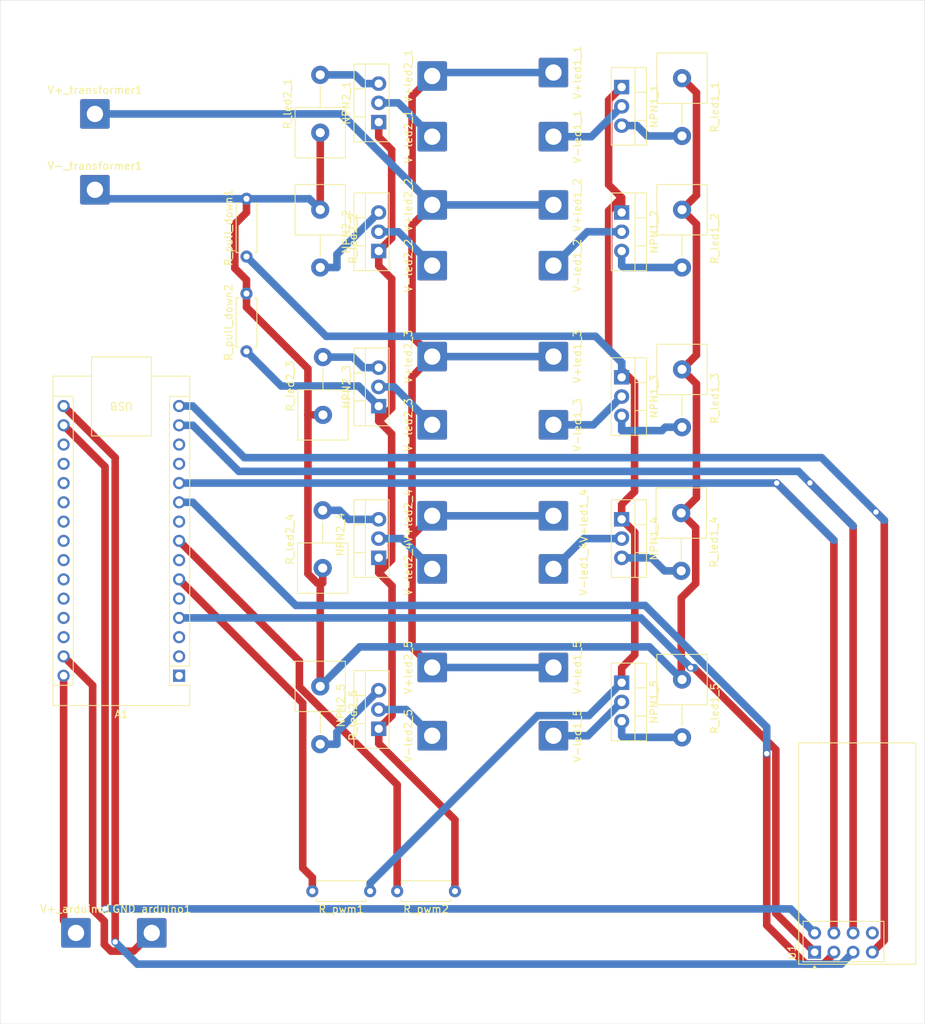
<source format=kicad_pcb>
(kicad_pcb (version 20241229) (generator "pcbnew") (generator_version "9.0")
  (layers (0 "F.Cu" signal) (2 "B.Cu" signal) (13 "F.Paste" user) (15 "B.Paste" user) (5 "F.SilkS" user "F.Silkscreen") (7 "B.SilkS" user "B.Silkscreen") (1 "F.Mask" user) (3 "B.Mask" user) (25 "Edge.Cuts" user))
  (net 0 "")
  (net 1 "Net-(A1-D12)")
  (net 2 "Net-(A1-3V3)")
  (net 10 "pd_1_in")
  (net 16 "Net-(A1-D13)")
  (net 20 "Net-(A1-D11)")
  (net 21 "Net-(A1-D8)")
  (net 24 "Net-(A1-VIN)")
  (net 27 "Net-(U1-GND)")
  (net 28 "Net-(GND_arduino1-Pin_1)")
  (net 29 "Net-(A1-D7)")
  (net 30 "GND_transformer")
  (net 31 "VCC")
  (net 33 "Net-(NPN1_1-D)")
  (net 34 "Net-(A1-D5)")
  (net 35 "Net-(A1-D3)")
  (net 36 "Net-(NPN1_2-D)")
  (net 37 "Net-(NPN1_3-D)")
  (net 38 "Net-(NPN1_4-D)")
  (net 39 "Net-(NPN1_5-D)")
  (net 40 "Net-(NPN2_1-D)")
  (net 41 "Net-(NPN2_2-D)")
  (net 42 "Net-(NPN2_3-D)")
  (net 43 "Net-(NPN2_4-D)")
  (net 44 "Net-(NPN2_5-D)")
  (net 45 "pd_2_in")
  (net 46 "Net-(NPN1_2-S)")
  (net 47 "Net-(NPN1_1-S)")
  (net 48 "Net-(NPN1_3-S)")
  (net 49 "Net-(NPN1_4-S)")
  (net 50 "Net-(NPN1_5-S)")
  (net 51 "Net-(NPN2_1-S)")
  (net 52 "Net-(NPN2_2-S)")
  (net 53 "Net-(NPN2_3-S)")
  (net 54 "Net-(NPN2_4-S)")
  (net 55 "Net-(NPN2_5-S)")
  (footprint "Package_TO_SOT_THT:TO-220-3_Vertical" (layer "F.Cu") (at 102 150 -90)
    (property "Reference" "NPN1_5" (at 2.54 -4.27 90) (layer "F.SilkS"))
    (property "Value" "IRLZ44N")
    (pad "1" thru_hole rect (at 0 0 270) (size 1.905 2) (drill 1.1) (layers "*.Cu" "*.Mask") (net 10 "pd_1_in"))
    (pad "2" thru_hole oval (at 2.54 0 270) (size 1.905 2) (drill 1.1) (layers "*.Cu" "*.Mask") (net 39 "Net-(NPN1_5-D)"))
    (pad "3" thru_hole oval (at 5.08 0 270) (size 1.905 2) (drill 1.1) (layers "*.Cu" "*.Mask") (net 50 "Net-(NPN1_5-S)"))
  )
  (footprint "Connector_Wire:SolderWire-1.5sqmm_1x01_D1.7mm_OD3.9mm" (layer "F.Cu") (at 93 135 -90)
    (property "Reference" "V-led1_4" (at 0 -4 90) (layer "F.SilkS"))
    (property "Value" "Conn_01x01_Pin")
    (pad "1" thru_hole roundrect (at 0 0 270) (size 3.9 3.9) (drill 2.15) (layers "*.Cu" "*.Mask") (roundrect_rratio 0.064103) (net 38 "Net-(NPN1_4-D)"))
  )
  (footprint "Package_TO_SOT_THT:TO-220-3_Vertical" (layer "F.Cu") (at 69.945 113.54 90)
    (property "Reference" "NPN2_3" (at 2.54 -4.27 90) (layer "F.SilkS"))
    (property "Value" "IRLZ44N")
    (pad "1" thru_hole rect (at 0 0 90) (size 1.905 2) (drill 1.1) (layers "*.Cu" "*.Mask") (net 45 "pd_2_in"))
    (pad "2" thru_hole oval (at 2.54 0 90) (size 1.905 2) (drill 1.1) (layers "*.Cu" "*.Mask") (net 42 "Net-(NPN2_3-D)"))
    (pad "3" thru_hole oval (at 5.08 0 90) (size 1.905 2) (drill 1.1) (layers "*.Cu" "*.Mask") (net 53 "Net-(NPN2_3-S)"))
  )
  (footprint "Resistor_THT:R_Axial_Power_L20.0mm_W6.4mm_P7.62mm_Vertical" (layer "F.Cu") (at 109.9643 70.2854 -90)
    (property "Reference" "R_led1_1" (at 3.81 -4.32 270) (layer "F.SilkS"))
    (property "Value" "10k")
    (pad "1" thru_hole circle (at 0 0 270) (size 2.4 2.4) (drill 1.2) (layers "*.Cu" "*.Mask") (net 30 "GND_transformer"))
    (pad "2" thru_hole oval (at 7.62 0 270) (size 2.4 2.4) (drill 1.2) (layers "*.Cu" "*.Mask") (net 47 "Net-(NPN1_1-S)"))
  )
  (footprint "Connector_Wire:SolderWire-1.5sqmm_1x01_D1.7mm_OD3.9mm" (layer "F.Cu") (at 32.5 75)
    (property "Reference" "V+_transformer1" (at 0 -3.15 0) (layer "F.SilkS"))
    (property "Value" "Conn_01x01_Pin")
    (pad "1" thru_hole roundrect (at 0 0) (size 3.9 3.9) (drill 2.15) (layers "*.Cu" "*.Mask") (roundrect_rratio 0.064103) (net 31 "VCC"))
  )
  (footprint "Connector_Wire:SolderWire-1.5sqmm_1x01_D1.7mm_OD3.9mm" (layer "F.Cu") (at 77 116 90)
    (property "Reference" "V-led2_3" (at 0 -3.15 90) (layer "F.SilkS"))
    (property "Value" "Conn_01x01_Pin")
    (pad "1" thru_hole roundrect (at 0 0 90) (size 3.9 3.9) (drill 2.15) (layers "*.Cu" "*.Mask") (roundrect_rratio 0.064103) (net 42 "Net-(NPN2_3-D)"))
  )
  (footprint "Resistor_THT:R_Axial_Power_L20.0mm_W6.4mm_P7.62mm_Vertical" (layer "F.Cu") (at 109.855 127.635 -90)
    (property "Reference" "R_led1_4" (at 3.81 -4.32 270) (layer "F.SilkS"))
    (property "Value" "10k")
    (pad "1" thru_hole circle (at 0 0 270) (size 2.4 2.4) (drill 1.2) (layers "*.Cu" "*.Mask") (net 30 "GND_transformer"))
    (pad "2" thru_hole oval (at 7.62 0 270) (size 2.4 2.4) (drill 1.2) (layers "*.Cu" "*.Mask") (net 49 "Net-(NPN1_4-S)"))
  )
  (footprint "Connector_Wire:SolderWire-1.5sqmm_1x01_D1.7mm_OD3.9mm" (layer "F.Cu") (at 93 116 -90)
    (property "Reference" "V-led1_3" (at 0 -3.15 90) (layer "F.SilkS"))
    (property "Value" "Conn_01x01_Pin")
    (pad "1" thru_hole roundrect (at 0 0 270) (size 3.9 3.9) (drill 2.15) (layers "*.Cu" "*.Mask") (roundrect_rratio 0.064103) (net 37 "Net-(NPN1_3-D)"))
  )
  (footprint "Connector_Wire:SolderWire-1.5sqmm_1x01_D1.7mm_OD3.9mm" (layer "F.Cu") (at 77 107 90)
    (property "Reference" "V+led2_3" (at 0 -3.15 90) (layer "F.SilkS"))
    (property "Value" "Conn_01x01_Pin")
    (pad "1" thru_hole roundrect (at 0 0 90) (size 3.9 3.9) (drill 2.15) (layers "*.Cu" "*.Mask") (roundrect_rratio 0.064103) (net 31 "VCC"))
  )
  (footprint "Connector_Wire:SolderWire-1.5sqmm_1x01_D1.7mm_OD3.9mm" (layer "F.Cu") (at 77 70 90)
    (property "Reference" "V+led2_1" (at 0 -3.15 90) (layer "F.SilkS"))
    (property "Value" "Conn_01x01_Pin")
    (pad "1" thru_hole roundrect (at 0 0 90) (size 3.9 3.9) (drill 2.15) (layers "*.Cu" "*.Mask") (roundrect_rratio 0.064103) (net 31 "VCC"))
  )
  (footprint "Package_TO_SOT_THT:TO-220-3_Vertical" (layer "F.Cu") (at 102 88 -90)
    (property "Reference" "NPN1_2" (at 2.54 -4.27 90) (layer "F.SilkS"))
    (property "Value" "IRLZ44N")
    (pad "1" thru_hole rect (at 0 0 270) (size 1.905 2) (drill 1.1) (layers "*.Cu" "*.Mask") (net 10 "pd_1_in"))
    (pad "2" thru_hole oval (at 2.54 0 270) (size 1.905 2) (drill 1.1) (layers "*.Cu" "*.Mask") (net 36 "Net-(NPN1_2-D)"))
    (pad "3" thru_hole oval (at 5.08 0 270) (size 1.905 2) (drill 1.1) (layers "*.Cu" "*.Mask") (net 46 "Net-(NPN1_2-S)"))
  )
  (footprint "Resistor_THT:R_Axial_Power_L20.0mm_W6.4mm_P7.62mm_Vertical" (layer "F.Cu") (at 62.23 87.63 -90)
    (property "Reference" "R_led2_2" (at 3.81 -4.32 270) (layer "F.SilkS"))
    (property "Value" "10k")
    (pad "1" thru_hole circle (at 0 0 270) (size 2.4 2.4) (drill 1.2) (layers "*.Cu" "*.Mask") (net 30 "GND_transformer"))
    (pad "2" thru_hole oval (at 7.62 0 270) (size 2.4 2.4) (drill 1.2) (layers "*.Cu" "*.Mask") (net 52 "Net-(NPN2_2-S)"))
  )
  (footprint "Connector_Wire:SolderWire-1.5sqmm_1x01_D1.7mm_OD3.9mm" (layer "F.Cu") (at 32.5 85)
    (property "Reference" "V-_transformer1" (at 0 -3.15 0) (layer "F.SilkS"))
    (property "Value" "Conn_01x01_Pin")
    (pad "1" thru_hole roundrect (at 0 0) (size 3.9 3.9) (drill 2.15) (layers "*.Cu" "*.Mask") (roundrect_rratio 0.064103) (net 30 "GND_transformer"))
  )
  (footprint "Package_TO_SOT_THT:TO-220-3_Vertical" (layer "F.Cu") (at 102 71.46 -90)
    (property "Reference" "NPN1_1" (at 2.54 -4.27 90) (layer "F.SilkS"))
    (property "Value" "IRLZ44N")
    (pad "1" thru_hole rect (at 0 0 270) (size 1.905 2) (drill 1.1) (layers "*.Cu" "*.Mask") (net 10 "pd_1_in"))
    (pad "2" thru_hole oval (at 2.54 0 270) (size 1.905 2) (drill 1.1) (layers "*.Cu" "*.Mask") (net 33 "Net-(NPN1_1-D)"))
    (pad "3" thru_hole oval (at 5.08 0 270) (size 1.905 2) (drill 1.1) (layers "*.Cu" "*.Mask") (net 47 "Net-(NPN1_1-S)"))
  )
  (footprint "Connector_Wire:SolderWire-1.5sqmm_1x01_D1.7mm_OD3.9mm" (layer "F.Cu") (at 93 87 -90)
    (property "Reference" "V+led1_2" (at 0 -3.15 90) (layer "F.SilkS"))
    (property "Value" "Conn_01x01_Pin")
    (pad "1" thru_hole roundrect (at 0 0 270) (size 3.9 3.9) (drill 2.15) (layers "*.Cu" "*.Mask") (roundrect_rratio 0.064103) (net 31 "VCC"))
  )
  (footprint "Resistor_THT:R_Axial_Power_L20.0mm_W6.4mm_P7.62mm_Vertical" (layer "F.Cu") (at 109.9643 87.63 -90)
    (property "Reference" "R_led1_2" (at 3.81 -4.32 270) (layer "F.SilkS"))
    (property "Value" "10k")
    (pad "1" thru_hole circle (at 0 0 270) (size 2.4 2.4) (drill 1.2) (layers "*.Cu" "*.Mask") (net 30 "GND_transformer"))
    (pad "2" thru_hole oval (at 7.62 0 270) (size 2.4 2.4) (drill 1.2) (layers "*.Cu" "*.Mask") (net 46 "Net-(NPN1_2-S)"))
  )
  (footprint "Package_TO_SOT_THT:TO-220-3_Vertical" (layer "F.Cu") (at 102 109.73 -90)
    (property "Reference" "NPN1_3" (at 2.54 -4.27 90) (layer "F.SilkS"))
    (property "Value" "IRLZ44N")
    (pad "1" thru_hole rect (at 0 0 270) (size 1.905 2) (drill 1.1) (layers "*.Cu" "*.Mask") (net 10 "pd_1_in"))
    (pad "2" thru_hole oval (at 2.54 0 270) (size 1.905 2) (drill 1.1) (layers "*.Cu" "*.Mask") (net 37 "Net-(NPN1_3-D)"))
    (pad "3" thru_hole oval (at 5.08 0 270) (size 1.905 2) (drill 1.1) (layers "*.Cu" "*.Mask") (net 48 "Net-(NPN1_3-S)"))
  )
  (footprint "Connector_Wire:SolderWire-1.5sqmm_1x01_D1.7mm_OD3.9mm" (layer "F.Cu") (at 77 78 90)
    (property "Reference" "V-led2_1" (at 0 -3.15 90) (layer "F.SilkS"))
    (property "Value" "Conn_01x01_Pin")
    (pad "1" thru_hole roundrect (at 0 0 90) (size 3.9 3.9) (drill 2.15) (layers "*.Cu" "*.Mask") (roundrect_rratio 0.064103) (net 40 "Net-(NPN2_1-D)"))
  )
  (footprint "Resistor_THT:R_Axial_DIN0207_L6.3mm_D2.5mm_P7.62mm_Horizontal" (layer "F.Cu") (at 52.5 106.31 90)
    (property "Reference" "R_pull_down2" (at 3.81 -2.37 90) (layer "F.SilkS"))
    (property "Value" "10k")
    (pad "1" thru_hole circle (at 0 0 90) (size 1.6 1.6) (drill 0.8) (layers "*.Cu" "*.Mask") (net 45 "pd_2_in"))
    (pad "2" thru_hole oval (at 7.62 0 90) (size 1.6 1.6) (drill 0.8) (layers "*.Cu" "*.Mask") (net 30 "GND_transformer"))
  )
  (footprint "Resistor_THT:R_Axial_DIN0207_L6.3mm_D2.5mm_P7.62mm_Horizontal" (layer "F.Cu") (at 80 177.5 180)
    (property "Reference" "R_pwm2" (at 3.81 -2.37 0) (layer "F.SilkS"))
    (property "Value" "R")
    (pad "1" thru_hole circle (at 0 0 180) (size 1.6 1.6) (drill 0.8) (layers "*.Cu" "*.Mask") (net 45 "pd_2_in"))
    (pad "2" thru_hole oval (at 7.62 0 180) (size 1.6 1.6) (drill 0.8) (layers "*.Cu" "*.Mask") (net 34 "Net-(A1-D5)"))
  )
  (footprint "Connector_Wire:SolderWire-1.5sqmm_1x01_D1.7mm_OD3.9mm" (layer "F.Cu") (at 93 107 -90)
    (property "Reference" "V+led1_3" (at 0 -3.15 90) (layer "F.SilkS"))
    (property "Value" "Conn_01x01_Pin")
    (pad "1" thru_hole roundrect (at 0 0 270) (size 3.9 3.9) (drill 2.15) (layers "*.Cu" "*.Mask") (roundrect_rratio 0.064103) (net 31 "VCC"))
  )
  (footprint "Package_TO_SOT_THT:TO-220-3_Vertical" (layer "F.Cu") (at 69.945 133.54 90)
    (property "Reference" "NPN2_4" (at 3.08 -5.04 90) (layer "F.SilkS"))
    (property "Value" "IRLZ44N")
    (pad "1" thru_hole rect (at 0 0 90) (size 1.905 2) (drill 1.1) (layers "*.Cu" "*.Mask") (net 45 "pd_2_in"))
    (pad "2" thru_hole oval (at 2.54 0 90) (size 1.905 2) (drill 1.1) (layers "*.Cu" "*.Mask") (net 43 "Net-(NPN2_4-D)"))
    (pad "3" thru_hole oval (at 5.08 0 90) (size 1.905 2) (drill 1.1) (layers "*.Cu" "*.Mask") (net 54 "Net-(NPN2_4-S)"))
  )
  (footprint "Connector_Wire:SolderWire-1.5sqmm_1x01_D1.7mm_OD3.9mm" (layer "F.Cu") (at 93 148 -90)
    (property "Reference" "V+led1_5" (at 0 -3.15 90) (layer "F.SilkS"))
    (property "Value" "Conn_01x01_Pin")
    (pad "1" thru_hole roundrect (at 0 0 270) (size 3.9 3.9) (drill 2.15) (layers "*.Cu" "*.Mask") (roundrect_rratio 0.064103) (net 31 "VCC"))
  )
  (footprint "Resistor_THT:R_Axial_DIN0207_L6.3mm_D2.5mm_P7.62mm_Horizontal" (layer "F.Cu") (at 52.5 93.81 90)
    (property "Reference" "R_pull_down1" (at 3.81 -2.37 90) (layer "F.SilkS"))
    (property "Value" "10k")
    (pad "1" thru_hole circle (at 0 0 90) (size 1.6 1.6) (drill 0.8) (layers "*.Cu" "*.Mask") (net 10 "pd_1_in"))
    (pad "2" thru_hole oval (at 7.62 0 90) (size 1.6 1.6) (drill 0.8) (layers "*.Cu" "*.Mask") (net 30 "GND_transformer"))
  )
  (footprint "Package_TO_SOT_THT:TO-220-3_Vertical" (layer "F.Cu") (at 102 128.46 -90)
    (property "Reference" "NPN1_4" (at 2.54 -4.27 90) (layer "F.SilkS"))
    (property "Value" "IRLZ44N")
    (pad "1" thru_hole rect (at 0 0 270) (size 1.905 2) (drill 1.1) (layers "*.Cu" "*.Mask") (net 10 "pd_1_in"))
    (pad "2" thru_hole oval (at 2.54 0 270) (size 1.905 2) (drill 1.1) (layers "*.Cu" "*.Mask") (net 38 "Net-(NPN1_4-D)"))
    (pad "3" thru_hole oval (at 5.08 0 270) (size 1.905 2) (drill 1.1) (layers "*.Cu" "*.Mask") (net 49 "Net-(NPN1_4-S)"))
  )
  (footprint "Connector_Wire:SolderWire-1.5sqmm_1x01_D1.7mm_OD3.9mm" (layer "F.Cu") (at 30 183)
    (property "Reference" "V+_arduino1" (at 0 -3.15 0) (layer "F.SilkS"))
    (property "Value" "Conn_01x01_Pin")
    (pad "1" thru_hole roundrect (at 0 0) (size 3.9 3.9) (drill 2.15) (layers "*.Cu" "*.Mask") (roundrect_rratio 0.064103) (net 24 "Net-(A1-VIN)"))
  )
  (footprint "Connector_Wire:SolderWire-1.5sqmm_1x01_D1.7mm_OD3.9mm" (layer "F.Cu") (at 77 148 90)
    (property "Reference" "V+led2_5" (at 0 -3.15 90) (layer "F.SilkS"))
    (property "Value" "Conn_01x01_Pin")
    (pad "1" thru_hole roundrect (at 0 0 90) (size 3.9 3.9) (drill 2.15) (layers "*.Cu" "*.Mask") (roundrect_rratio 0.064103) (net 31 "VCC"))
  )
  (footprint "Connector_Wire:SolderWire-1.5sqmm_1x01_D1.7mm_OD3.9mm" (layer "F.Cu") (at 77 157 90)
    (property "Reference" "V-led2_5" (at 0 -3.15 90) (layer "F.SilkS"))
    (property "Value" "Conn_01x01_Pin")
    (pad "1" thru_hole roundrect (at 0 0 90) (size 3.9 3.9) (drill 2.15) (layers "*.Cu" "*.Mask") (roundrect_rratio 0.064103) (net 44 "Net-(NPN2_5-D)"))
  )
  (footprint "Connector_Wire:SolderWire-1.5sqmm_1x01_D1.7mm_OD3.9mm" (layer "F.Cu") (at 77 128 90)
    (property "Reference" "V+led2_4" (at 0 -3.15 90) (layer "F.SilkS"))
    (property "Value" "Conn_01x01_Pin")
    (pad "1" thru_hole roundrect (at 0 0 90) (size 3.9 3.9) (drill 2.15) (layers "*.Cu" "*.Mask") (roundrect_rratio 0.064103) (net 31 "VCC"))
  )
  (footprint "Connector_Wire:SolderWire-1.5sqmm_1x01_D1.7mm_OD3.9mm" (layer "F.Cu") (at 40 183)
    (property "Reference" "GND_arduino1" (at 0 -3.15 0) (layer "F.SilkS"))
    (property "Value" "Conn_01x01_Pin")
    (pad "1" thru_hole roundrect (at 0 0) (size 3.9 3.9) (drill 2.15) (layers "*.Cu" "*.Mask") (roundrect_rratio 0.064103) (net 28 "Net-(GND_arduino1-Pin_1)"))
  )
  (footprint "Connector_Wire:SolderWire-1.5sqmm_1x01_D1.7mm_OD3.9mm" (layer "F.Cu") (at 93 157 -90)
    (property "Reference" "V-led1_5" (at 0 -3.15 90) (layer "F.SilkS"))
    (property "Value" "Conn_01x01_Pin")
    (pad "1" thru_hole roundrect (at 0 0 270) (size 3.9 3.9) (drill 2.15) (layers "*.Cu" "*.Mask") (roundrect_rratio 0.064103) (net 39 "Net-(NPN1_5-D)"))
  )
  (footprint "Connector_Wire:SolderWire-1.5sqmm_1x01_D1.7mm_OD3.9mm" (layer "F.Cu") (at 93 69.54 -90)
    (property "Reference" "V+led1_1" (at 0 -3.15 90) (layer "F.SilkS"))
    (property "Value" "Conn_01x01_Pin")
    (pad "1" thru_hole roundrect (at 0 0 270) (size 3.9 3.9) (drill 2.15) (layers "*.Cu" "*.Mask") (roundrect_rratio 0.064103) (net 31 "VCC"))
  )
  (footprint "Resistor_THT:R_Axial_DIN0207_L6.3mm_D2.5mm_P7.62mm_Horizontal" (layer "F.Cu") (at 68.81 177.5 180)
    (property "Reference" "R_pwm1" (at 3.81 -2.37 0) (layer "F.SilkS"))
    (property "Value" "R")
    (pad "1" thru_hole circle (at 0 0 180) (size 1.6 1.6) (drill 0.8) (layers "*.Cu" "*.Mask") (net 10 "pd_1_in"))
    (pad "2" thru_hole oval (at 7.62 0 180) (size 1.6 1.6) (drill 0.8) (layers "*.Cu" "*.Mask") (net 35 "Net-(A1-D3)"))
  )
  (footprint "Connector_Wire:SolderWire-1.5sqmm_1x01_D1.7mm_OD3.9mm" (layer "F.Cu") (at 93 128 -90)
    (property "Reference" "V+led1_4" (at 0 -4 90) (layer "F.SilkS"))
    (property "Value" "Conn_01x01_Pin")
    (pad "1" thru_hole roundrect (at 0 0 270) (size 3.9 3.9) (drill 2.15) (layers "*.Cu" "*.Mask") (roundrect_rratio 0.064103) (net 31 "VCC"))
  )
  (footprint "Module:Arduino_Nano" (layer "F.Cu") (at 43.61 149.08 180)
    (property "Reference" "A1" (at 7.62 -5.08 0) (layer "F.SilkS"))
    (property "Value" "Arduino_Nano_v3.x")
    (fp_text user "USB" (at 7.62 35.56 180) (layer "F.SilkS"))
    (pad "1" thru_hole rect (at 0 0 180) (size 1.6 1.6) (drill 1) (layers "*.Cu" "*.Mask"))
    (pad "2" thru_hole oval (at 0 2.54 180) (size 1.6 1.6) (drill 1) (layers "*.Cu" "*.Mask"))
    (pad "3" thru_hole oval (at 0 5.08 180) (size 1.6 1.6) (drill 1) (layers "*.Cu" "*.Mask"))
    (pad "4" thru_hole oval (at 0 7.62 180) (size 1.6 1.6) (drill 1) (layers "*.Cu" "*.Mask") (net 27 "Net-(U1-GND)"))
    (pad "5" thru_hole oval (at 0 10.16 180) (size 1.6 1.6) (drill 1) (layers "*.Cu" "*.Mask"))
    (pad "6" thru_hole oval (at 0 12.7 180) (size 1.6 1.6) (drill 1) (layers "*.Cu" "*.Mask") (net 35 "Net-(A1-D3)"))
    (pad "7" thru_hole oval (at 0 15.24 180) (size 1.6 1.6) (drill 1) (layers "*.Cu" "*.Mask"))
    (pad "8" thru_hole oval (at 0 17.78 180) (size 1.6 1.6) (drill 1) (layers "*.Cu" "*.Mask") (net 34 "Net-(A1-D5)"))
    (pad "9" thru_hole oval (at 0 20.32 180) (size 1.6 1.6) (drill 1) (layers "*.Cu" "*.Mask"))
    (pad "10" thru_hole oval (at 0 22.86 180) (size 1.6 1.6) (drill 1) (layers "*.Cu" "*.Mask") (net 29 "Net-(A1-D7)"))
    (pad "11" thru_hole oval (at 0 25.4 180) (size 1.6 1.6) (drill 1) (layers "*.Cu" "*.Mask") (net 21 "Net-(A1-D8)"))
    (pad "12" thru_hole oval (at 0 27.94 180) (size 1.6 1.6) (drill 1) (layers "*.Cu" "*.Mask"))
    (pad "13" thru_hole oval (at 0 30.48 180) (size 1.6 1.6) (drill 1) (layers "*.Cu" "*.Mask"))
    (pad "14" thru_hole oval (at 0 33.02 180) (size 1.6 1.6) (drill 1) (layers "*.Cu" "*.Mask") (net 20 "Net-(A1-D11)"))
    (pad "15" thru_hole oval (at 0 35.56 180) (size 1.6 1.6) (drill 1) (layers "*.Cu" "*.Mask") (net 1 "Net-(A1-D12)"))
    (pad "16" thru_hole oval (at 15.24 35.56 180) (size 1.6 1.6) (drill 1) (layers "*.Cu" "*.Mask") (net 16 "Net-(A1-D13)"))
    (pad "17" thru_hole oval (at 15.24 33.02 180) (size 1.6 1.6) (drill 1) (layers "*.Cu" "*.Mask") (net 2 "Net-(A1-3V3)"))
    (pad "18" thru_hole oval (at 15.24 30.48 180) (size 1.6 1.6) (drill 1) (layers "*.Cu" "*.Mask"))
    (pad "19" thru_hole oval (at 15.24 27.94 180) (size 1.6 1.6) (drill 1) (layers "*.Cu" "*.Mask"))
    (pad "20" thru_hole oval (at 15.24 25.4 180) (size 1.6 1.6) (drill 1) (layers "*.Cu" "*.Mask"))
    (pad "21" thru_hole oval (at 15.24 22.86 180) (size 1.6 1.6) (drill 1) (layers "*.Cu" "*.Mask"))
    (pad "22" thru_hole oval (at 15.24 20.32 180) (size 1.6 1.6) (drill 1) (layers "*.Cu" "*.Mask"))
    (pad "23" thru_hole oval (at 15.24 17.78 180) (size 1.6 1.6) (drill 1) (layers "*.Cu" "*.Mask"))
    (pad "24" thru_hole oval (at 15.24 15.24 180) (size 1.6 1.6) (drill 1) (layers "*.Cu" "*.Mask"))
    (pad "25" thru_hole oval (at 15.24 12.7 180) (size 1.6 1.6) (drill 1) (layers "*.Cu" "*.Mask"))
    (pad "26" thru_hole oval (at 15.24 10.16 180) (size 1.6 1.6) (drill 1) (layers "*.Cu" "*.Mask"))
    (pad "27" thru_hole oval (at 15.24 7.62 180) (size 1.6 1.6) (drill 1) (layers "*.Cu" "*.Mask"))
    (pad "28" thru_hole oval (at 15.24 5.08 180) (size 1.6 1.6) (drill 1) (layers "*.Cu" "*.Mask"))
    (pad "29" thru_hole oval (at 15.24 2.54 180) (size 1.6 1.6) (drill 1) (layers "*.Cu" "*.Mask") (net 28 "Net-(GND_arduino1-Pin_1)"))
    (pad "30" thru_hole oval (at 15.24 0 180) (size 1.6 1.6) (drill 1) (layers "*.Cu" "*.Mask") (net 24 "Net-(A1-VIN)"))
  )
  (footprint "Connector_Wire:SolderWire-1.5sqmm_1x01_D1.7mm_OD3.9mm" (layer "F.Cu") (at 77 87 90)
    (property "Reference" "V+led2_2" (at 0 -3.15 90) (layer "F.SilkS"))
    (property "Value" "Conn_01x01_Pin")
    (pad "1" thru_hole roundrect (at 0 0 90) (size 3.9 3.9) (drill 2.15) (layers "*.Cu" "*.Mask") (roundrect_rratio 0.064103) (net 31 "VCC"))
  )
  (footprint "Connector_Wire:SolderWire-1.5sqmm_1x01_D1.7mm_OD3.9mm" (layer "F.Cu") (at 77 135 90)
    (property "Reference" "V-led2_4" (at 0 -3.15 90) (layer "F.SilkS"))
    (property "Value" "Conn_01x01_Pin")
    (pad "1" thru_hole roundrect (at 0 0 90) (size 3.9 3.9) (drill 2.15) (layers "*.Cu" "*.Mask") (roundrect_rratio 0.064103) (net 43 "Net-(NPN2_4-D)"))
  )
  (footprint "Connector_Wire:SolderWire-1.5sqmm_1x01_D1.7mm_OD3.9mm" (layer "F.Cu") (at 93 78 -90)
    (property "Reference" "V-led1_1" (at 0 -3.15 90) (layer "F.SilkS"))
    (property "Value" "Conn_01x01_Pin")
    (pad "1" thru_hole roundrect (at 0 0 270) (size 3.9 3.9) (drill 2.15) (layers "*.Cu" "*.Mask") (roundrect_rratio 0.064103) (net 33 "Net-(NPN1_1-D)"))
  )
  (footprint "RF_Module:nRF24L01_Breakout" (layer "F.Cu") (at 127.46 185.54 90)
    (property "Reference" "U1" (at 0 -3 90) (layer "F.SilkS"))
    (property "Value" "NRF24L01_Breakout")
    (pad "1" thru_hole rect (at 0 0 90) (size 1.7 1.7) (drill 1) (layers "*.Cu" "*.Mask") (net 27 "Net-(U1-GND)"))
    (pad "2" thru_hole circle (at 2.54 0 90) (size 1.7 1.7) (drill 1) (layers "*.Cu" "*.Mask") (net 2 "Net-(A1-3V3)"))
    (pad "3" thru_hole circle (at 0 2.54 90) (size 1.7 1.7) (drill 1) (layers "*.Cu" "*.Mask") (net 29 "Net-(A1-D7)"))
    (pad "4" thru_hole circle (at 2.54 2.54 90) (size 1.7 1.7) (drill 1) (layers "*.Cu" "*.Mask") (net 21 "Net-(A1-D8)"))
    (pad "5" thru_hole circle (at 0 5.08 90) (size 1.7 1.7) (drill 1) (layers "*.Cu" "*.Mask") (net 16 "Net-(A1-D13)"))
    (pad "6" thru_hole circle (at 2.54 5.08 90) (size 1.7 1.7) (drill 1) (layers "*.Cu" "*.Mask") (net 20 "Net-(A1-D11)"))
    (pad "7" thru_hole circle (at 0 7.62 90) (size 1.7 1.7) (drill 1) (layers "*.Cu" "*.Mask") (net 1 "Net-(A1-D12)"))
    (pad "8" thru_hole circle (at 2.54 7.62 90) (size 1.7 1.7) (drill 1) (layers "*.Cu" "*.Mask"))
  )
  (footprint "Package_TO_SOT_THT:TO-220-3_Vertical" (layer "F.Cu") (at 69.945 76.08 90)
    (property "Reference" "NPN2_1" (at 2.54 -4.27 90) (layer "F.SilkS"))
    (property "Value" "IRLZ44N")
    (pad "1" thru_hole rect (at 0 0 90) (size 1.905 2) (drill 1.1) (layers "*.Cu" "*.Mask") (net 45 "pd_2_in"))
    (pad "2" thru_hole oval (at 2.54 0 90) (size 1.905 2) (drill 1.1) (layers "*.Cu" "*.Mask") (net 40 "Net-(NPN2_1-D)"))
    (pad "3" thru_hole oval (at 5.08 0 90) (size 1.905 2) (drill 1.1) (layers "*.Cu" "*.Mask") (net 51 "Net-(NPN2_1-S)"))
  )
  (footprint "Resistor_THT:R_Axial_Power_L20.0mm_W6.4mm_P7.62mm_Vertical" (layer "F.Cu") (at 62.5886 114.6876 90)
    (property "Reference" "R_led2_3" (at 3.81 -4.32 90) (layer "F.SilkS"))
    (property "Value" "10k")
    (pad "1" thru_hole circle (at 0 0 90) (size 2.4 2.4) (drill 1.2) (layers "*.Cu" "*.Mask") (net 30 "GND_transformer"))
    (pad "2" thru_hole oval (at 7.62 0 90) (size 2.4 2.4) (drill 1.2) (layers "*.Cu" "*.Mask") (net 53 "Net-(NPN2_3-S)"))
  )
  (footprint "Package_TO_SOT_THT:TO-220-3_Vertical" (layer "F.Cu") (at 69.945 93.08 90)
    (property "Reference" "NPN2_2" (at 2.54 -4.27 90) (layer "F.SilkS"))
    (property "Value" "IRLZ44N")
    (pad "1" thru_hole rect (at 0 0 90) (size 1.905 2) (drill 1.1) (layers "*.Cu" "*.Mask") (net 45 "pd_2_in"))
    (pad "2" thru_hole oval (at 2.54 0 90) (size 1.905 2) (drill 1.1) (layers "*.Cu" "*.Mask") (net 41 "Net-(NPN2_2-D)"))
    (pad "3" thru_hole oval (at 5.08 0 90) (size 1.905 2) (drill 1.1) (layers "*.Cu" "*.Mask") (net 52 "Net-(NPN2_2-S)"))
  )
  (footprint "Connector_Wire:SolderWire-1.5sqmm_1x01_D1.7mm_OD3.9mm" (layer "F.Cu") (at 93 95 -90)
    (property "Reference" "V-led1_2" (at 0 -3.15 90) (layer "F.SilkS"))
    (property "Value" "Conn_01x01_Pin")
    (pad "1" thru_hole roundrect (at 0 0 270) (size 3.9 3.9) (drill 2.15) (layers "*.Cu" "*.Mask") (roundrect_rratio 0.064103) (net 36 "Net-(NPN1_2-D)"))
  )
  (footprint "Resistor_THT:R_Axial_Power_L20.0mm_W6.4mm_P7.62mm_Vertical" (layer "F.Cu") (at 109.9643 108.69 -90)
    (property "Reference" "R_led1_3" (at 3.81 -4.32 270) (layer "F.SilkS"))
    (property "Value" "10k")
    (pad "1" thru_hole circle (at 0 0 270) (size 2.4 2.4) (drill 1.2) (layers "*.Cu" "*.Mask") (net 30 "GND_transformer"))
    (pad "2" thru_hole oval (at 7.62 0 270) (size 2.4 2.4) (drill 1.2) (layers "*.Cu" "*.Mask") (net 48 "Net-(NPN1_3-S)"))
  )
  (footprint "Resistor_THT:R_Axial_Power_L20.0mm_W6.4mm_P7.62mm_Vertical" (layer "F.Cu") (at 62.5535 134.89 90)
    (property "Reference" "R_led2_4" (at 3.81 -4.32 90) (layer "F.SilkS"))
    (property "Value" "10k")
    (pad "1" thru_hole circle (at 0 0 90) (size 2.4 2.4) (drill 1.2) (layers "*.Cu" "*.Mask") (net 30 "GND_transformer"))
    (pad "2" thru_hole oval (at 7.62 0 90) (size 2.4 2.4) (drill 1.2) (layers "*.Cu" "*.Mask") (net 54 "Net-(NPN2_4-S)"))
  )
  (footprint "Package_TO_SOT_THT:TO-220-3_Vertical" (layer "F.Cu") (at 69.945 156.08 90)
    (property "Reference" "NPN2_5" (at 3.08 -5 90) (layer "F.SilkS"))
    (property "Value" "IRLZ44N")
    (pad "1" thru_hole rect (at 0 0 90) (size 1.905 2) (drill 1.1) (layers "*.Cu" "*.Mask") (net 45 "pd_2_in"))
    (pad "2" thru_hole oval (at 2.54 0 90) (size 1.905 2) (drill 1.1) (layers "*.Cu" "*.Mask") (net 44 "Net-(NPN2_5-D)"))
    (pad "3" thru_hole oval (at 5.08 0 90) (size 1.905 2) (drill 1.1) (layers "*.Cu" "*.Mask") (net 55 "Net-(NPN2_5-S)"))
  )
  (footprint "Resistor_THT:R_Axial_Power_L20.0mm_W6.4mm_P7.62mm_Vertical" (layer "F.Cu") (at 62.23 150.495 -90)
    (property "Reference" "R_led2_5" (at 3.81 -4.32 270) (layer "F.SilkS"))
    (property "Value" "10k")
    (pad "1" thru_hole circle (at 0 0 270) (size 2.4 2.4) (drill 1.2) (layers "*.Cu" "*.Mask") (net 30 "GND_transformer"))
    (pad "2" thru_hole oval (at 7.62 0 270) (size 2.4 2.4) (drill 1.2) (layers "*.Cu" "*.Mask") (net 55 "Net-(NPN2_5-S)"))
  )
  (footprint "Connector_Wire:SolderWire-1.5sqmm_1x01_D1.7mm_OD3.9mm" (layer "F.Cu") (at 77 95 90)
    (property "Reference" "V-led2_2" (at 0 -3.15 90) (layer "F.SilkS"))
    (property "Value" "Conn_01x01_Pin")
    (pad "1" thru_hole roundrect (at 0 0 90) (size 3.9 3.9) (drill 2.15) (layers "*.Cu" "*.Mask") (roundrect_rratio 0.064103) (net 41 "Net-(NPN2_2-D)"))
  )
  (footprint "Resistor_THT:R_Axial_Power_L20.0mm_W6.4mm_P7.62mm_Vertical" (layer "F.Cu") (at 62.23 77.47 90)
    (property "Reference" "R_led2_1" (at 3.81 -4.32 90) (layer "F.SilkS"))
    (property "Value" "10k")
    (pad "1" thru_hole circle (at 0 0 90) (size 2.4 2.4) (drill 1.2) (layers "*.Cu" "*.Mask") (net 30 "GND_transformer"))
    (pad "2" thru_hole oval (at 7.62 0 90) (size 2.4 2.4) (drill 1.2) (layers "*.Cu" "*.Mask") (net 51 "Net-(NPN2_1-S)"))
  )
  (footprint "Resistor_THT:R_Axial_Power_L20.0mm_W6.4mm_P7.62mm_Vertical" (layer "F.Cu") (at 109.9643 149.59 -90)
    (property "Reference" "R_led1_5" (at 3.81 -4.32 270) (layer "F.SilkS"))
    (property "Value" "10k")
    (pad "1" thru_hole circle (at 0 0 270) (size 2.4 2.4) (drill 1.2) (layers "*.Cu" "*.Mask") (net 30 "GND_transformer"))
    (pad "2" thru_hole oval (at 7.62 0 270) (size 2.4 2.4) (drill 1.2) (layers "*.Cu" "*.Mask") (net 50 "Net-(NPN1_5-S)"))
  )
  (gr_rect (start 20 60) (end 142 195) (stroke (width 0.05)) (fill no) (layer "Edge.Cuts"))
  (segment (start 135.554 127.4998) (end 136.6506 128.5964) (width 1) (layer "F.Cu") (net 1))
  (segment (start 136.6506 128.5964) (end 135.554 127.4998) (width 1) (layer "F.Cu") (net 1))
  (segment (start 135.08 185.54) (end 136.6506 183.9694) (width 1) (layer "F.Cu") (net 1))
  (segment (start 136.6506 183.9694) (end 136.6506 128.5964) (width 1) (layer "F.Cu") (net 1))
  (segment (start 136.6506 128.5964) (end 135.554 127.4998) (width 1) (layer "F.Cu") (net 1))
  (via (at 135.554 127.4998) (size 0.9) (drill 0.7) (layers "F.Cu" "B.Cu") (net 1))
  (segment (start 128.3864 120.3322) (end 52.2222 120.3322) (width 1) (layer "B.Cu") (net 1))
  (segment (start 136.6506 128.5964) (end 135.554 127.4998) (width 1) (layer "B.Cu") (net 1))
  (segment (start 52.2222 120.3322) (end 45.41 113.52) (width 1) (layer "B.Cu") (net 1))
  (segment (start 135.554 127.4998) (end 128.3864 120.3322) (width 1) (layer "B.Cu") (net 1))
  (segment (start 135.554 127.4998) (end 136.6506 128.5964) (width 1) (layer "B.Cu") (net 1))
  (segment (start 43.61 113.52) (end 45.41 113.52) (width 1) (layer "B.Cu") (net 1))
  (segment (start 33.834 121.524) (end 28.37 116.06) (width 1) (layer "F.Cu") (net 2))
  (segment (start 33.834 179.8354) (end 33.834 121.524) (width 1) (layer "F.Cu") (net 2))
  (via (at 33.834 179.8354) (size 0.9) (drill 0.7) (layers "F.Cu" "B.Cu") (net 2))
  (segment (start 127.46 183) (end 124.2954 179.8354) (width 1) (layer "B.Cu") (net 2))
  (segment (start 124.2954 179.8354) (end 33.834 179.8354) (width 1) (layer "B.Cu") (net 2))
  (segment (start 102 108.7537) (end 102 107.7775) (width 1) (layer "F.Cu") (net 10))
  (segment (start 103.73 146.3175) (end 103.73 130.19) (width 1) (layer "F.Cu") (net 10))
  (segment (start 102 88) (end 102 86.0475) (width 1) (layer "F.Cu") (net 10))
  (segment (start 100.2773 106.0548) (end 100.2773 87.7702) (width 1) (layer "F.Cu") (net 10))
  (segment (start 100.2773 87.7702) (end 102 86.0475) (width 1) (layer "F.Cu") (net 10))
  (segment (start 103.7017 110.4554) (end 103.7017 124.8058) (width 1) (layer "F.Cu") (net 10))
  (segment (start 100.2788 84.3263) (end 100.2788 73.1812) (width 1) (layer "F.Cu") (net 10))
  (segment (start 102 109.73) (end 102 108.7537) (width 1) (layer "F.Cu") (net 10))
  (segment (start 103.73 130.19) (end 102 128.46) (width 1) (layer "F.Cu") (net 10))
  (segment (start 103.7017 124.8058) (end 102 126.5075) (width 1) (layer "F.Cu") (net 10))
  (segment (start 102 148.0475) (end 103.73 146.3175) (width 1) (layer "F.Cu") (net 10))
  (segment (start 100.2788 73.1812) (end 102 71.46) (width 1) (layer "F.Cu") (net 10))
  (segment (start 102 108.7537) (end 103.7017 110.4554) (width 1) (layer "F.Cu") (net 10))
  (segment (start 102 128.46) (end 102 126.5075) (width 1) (layer "F.Cu") (net 10))
  (segment (start 102 107.7775) (end 100.2773 106.0548) (width 1) (layer "F.Cu") (net 10))
  (segment (start 102 150) (end 102 148.0475) (width 1) (layer "F.Cu") (net 10))
  (segment (start 102 86.0475) (end 100.2788 84.3263) (width 1) (layer "F.Cu") (net 10))
  (segment (start 63.011 104.321) (end 52.5 93.81) (width 1) (layer "B.Cu") (net 10))
  (segment (start 102 107.7775) (end 98.5435 104.321) (width 1) (layer "B.Cu") (net 10))
  (segment (start 102 109.73) (end 102 107.7775) (width 1) (layer "B.Cu") (net 10))
  (segment (start 97.6526 154.3474) (end 102 150) (width 1) (layer "B.Cu") (net 10))
  (segment (start 68.81 176.4428) (end 90.9054 154.3474) (width 1) (layer "B.Cu") (net 10))
  (segment (start 68.81 177.5) (end 68.81 176.4428) (width 1) (layer "B.Cu") (net 10))
  (segment (start 90.9054 154.3474) (end 97.6526 154.3474) (width 1) (layer "B.Cu") (net 10))
  (segment (start 98.5435 104.321) (end 63.011 104.321) (width 1) (layer "B.Cu") (net 10))
  (segment (start 35.1751 120.3251) (end 35.1751 184.1967) (width 1) (layer "F.Cu") (net 16))
  (segment (start 28.37 113.52) (end 35.1751 120.3251) (width 1) (layer "F.Cu") (net 16))
  (via (at 35.1751 184.1967) (size 0.9) (drill 0.7) (layers "F.Cu" "B.Cu") (net 16))
  (segment (start 35.1751 184.1967) (end 38.0955 187.1171) (width 1) (layer "B.Cu") (net 16))
  (segment (start 130.9629 187.1171) (end 132.54 185.54) (width 1) (layer "B.Cu") (net 16))
  (segment (start 38.0955 187.1171) (end 130.9629 187.1171) (width 1) (layer "B.Cu") (net 16))
  (segment (start 132.54 129.3493) (end 126.8463 123.6556) (width 1) (layer "F.Cu") (net 20))
  (segment (start 126.8463 123.6556) (end 132.54 129.3493) (width 1) (layer "F.Cu") (net 20))
  (segment (start 132.54 183) (end 132.54 129.3493) (width 1) (layer "F.Cu") (net 20))
  (segment (start 132.54 129.3493) (end 126.8463 123.6556) (width 1) (layer "F.Cu") (net 20))
  (via (at 126.8463 123.6556) (size 0.9) (drill 0.7) (layers "F.Cu" "B.Cu") (net 20))
  (segment (start 43.61 116.06) (end 45.41 116.06) (width 1) (layer "B.Cu") (net 20))
  (segment (start 51.4839 122.1339) (end 45.41 116.06) (width 1) (layer "B.Cu") (net 20))
  (segment (start 125.3246 122.1339) (end 51.4839 122.1339) (width 1) (layer "B.Cu") (net 20))
  (segment (start 126.8463 123.6556) (end 132.54 129.3493) (width 1) (layer "B.Cu") (net 20))
  (segment (start 132.54 129.3493) (end 126.8463 123.6556) (width 1) (layer "B.Cu") (net 20))
  (segment (start 126.8463 123.6556) (end 125.3246 122.1339) (width 1) (layer "B.Cu") (net 20))
  (segment (start 125.6446 126.86) (end 130 131.2154) (width 1) (layer "F.Cu") (net 21))
  (segment (start 122.4611 123.6765) (end 125.6446 126.86) (width 1) (layer "F.Cu") (net 21))
  (segment (start 130 131.2154) (end 130 183) (width 1) (layer "F.Cu") (net 21))
  (segment (start 122.4611 123.6765) (end 125.6446 126.86) (width 1) (layer "F.Cu") (net 21))
  (segment (start 125.6446 126.86) (end 122.4611 123.6765) (width 1) (layer "F.Cu") (net 21))
  (via (at 122.4611 123.6765) (size 0.9) (drill 0.7) (layers "F.Cu" "B.Cu") (net 21))
  (segment (start 130 131.2154) (end 122.4611 123.6765) (width 1) (layer "B.Cu") (net 21))
  (segment (start 122.4611 123.6765) (end 130 131.2154) (width 1) (layer "B.Cu") (net 21))
  (segment (start 43.61 123.68) (end 122.4576 123.68) (width 1) (layer "B.Cu") (net 21))
  (segment (start 122.4576 123.68) (end 122.4611 123.6765) (width 1) (layer "B.Cu") (net 21))
  (segment (start 28.37 149.08) (end 28.37 150.88) (width 1) (layer "F.Cu") (net 24))
  (segment (start 28.37 181.37) (end 30 183) (width 1) (layer "F.Cu") (net 24))
  (segment (start 28.37 150.88) (end 28.37 181.37) (width 1) (layer "F.Cu") (net 24))
  (segment (start 122.3416 158.8508) (end 111.5122 148.0214) (width 1) (layer "F.Cu") (net 27))
  (segment (start 111.5122 148.0214) (end 111.0937 148.0214) (width 1) (layer "F.Cu") (net 27))
  (segment (start 122.3416 180.4216) (end 122.3416 158.8508) (width 1) (layer "F.Cu") (net 27))
  (segment (start 127.46 185.54) (end 122.3416 180.4216) (width 1) (layer "F.Cu") (net 27))
  (via (at 111.0937 148.0214) (size 0.9) (drill 0.7) (layers "F.Cu" "B.Cu") (net 27))
  (segment (start 104.5323 141.46) (end 111.0937 148.0214) (width 1) (layer "B.Cu") (net 27))
  (segment (start 111.5959 148.0214) (end 111.0937 148.0214) (width 1) (layer "B.Cu") (net 27))
  (segment (start 111.0937 148.0214) (end 111.5959 148.0214) (width 1) (layer "B.Cu") (net 27))
  (segment (start 43.61 141.46) (end 104.5323 141.46) (width 1) (layer "B.Cu") (net 27))
  (segment (start 33.7375 181.4525) (end 32.1997 179.9147) (width 1) (layer "F.Cu") (net 28))
  (segment (start 37.5956 185.4044) (end 34.6204 185.4044) (width 1) (layer "F.Cu") (net 28))
  (segment (start 34.6204 185.4044) (end 33.7375 184.5215) (width 1) (layer "F.Cu") (net 28))
  (segment (start 32.1997 150.3697) (end 28.37 146.54) (width 1) (layer "F.Cu") (net 28))
  (segment (start 33.7375 184.5215) (end 33.7375 181.4525) (width 1) (layer "F.Cu") (net 28))
  (segment (start 32.1997 179.9147) (end 32.1997 150.3697) (width 1) (layer "F.Cu") (net 28))
  (segment (start 40 183) (end 37.5956 185.4044) (width 1) (layer "F.Cu") (net 28))
  (segment (start 121.1399 181.979) (end 121.1399 159.3486) (width 1) (layer "F.Cu") (net 29))
  (segment (start 128.6421 187.0917) (end 126.2526 187.0917) (width 1) (layer "F.Cu") (net 29))
  (segment (start 130 185.54) (end 130 185.7338) (width 1) (layer "F.Cu") (net 29))
  (segment (start 130 185.7338) (end 128.6421 187.0917) (width 1) (layer "F.Cu") (net 29))
  (segment (start 126.2526 187.0917) (end 121.1399 181.979) (width 1) (layer "F.Cu") (net 29))
  (via (at 121.1399 159.3486) (size 0.9) (drill 0.7) (layers "F.Cu" "B.Cu") (net 29))
  (segment (start 59.01 139.82) (end 105.0964 139.82) (width 1) (layer "B.Cu") (net 29))
  (segment (start 105.0964 139.82) (end 121.1399 155.8635) (width 1) (layer "B.Cu") (net 29))
  (segment (start 45.41 126.22) (end 59.01 139.82) (width 1) (layer "B.Cu") (net 29))
  (segment (start 43.61 126.22) (end 45.41 126.22) (width 1) (layer "B.Cu") (net 29))
  (segment (start 121.1399 155.8635) (end 121.1399 159.3486) (width 1) (layer "B.Cu") (net 29))
  (segment (start 109.9643 149.59) (end 109.8632 149.4889) (width 1) (layer "F.Cu") (net 30))
  (segment (start 109.8632 149.4889) (end 109.8632 138.8166) (width 1) (layer "F.Cu") (net 30))
  (segment (start 109.9643 87.63) (end 111.866 89.5317) (width 1) (layer "F.Cu") (net 30))
  (segment (start 62.23 77.47) (end 62.23 87.63) (width 1) (layer "F.Cu") (net 30))
  (segment (start 62.5535 136.8338) (end 62.23 136.8338) (width 1) (layer "F.Cu") (net 30))
  (segment (start 50.96 95.35) (end 52.5 96.89) (width 1) (layer "F.Cu") (net 30))
  (segment (start 111.7648 129.5448) (end 109.855 127.635) (width 1) (layer "F.Cu") (net 30))
  (segment (start 109.9643 70.2854) (end 111.8684 72.1895) (width 1) (layer "F.Cu") (net 30))
  (segment (start 111.866 106.7883) (end 109.9643 108.69) (width 1) (layer "F.Cu") (net 30))
  (segment (start 111.8684 85.7259) (end 109.9643 87.63) (width 1) (layer "F.Cu") (net 30))
  (segment (start 52.5 86.19) (end 52.5 87.99) (width 1) (layer "F.Cu") (net 30))
  (segment (start 52.5 87.99) (end 50.96 89.53) (width 1) (layer "F.Cu") (net 30))
  (segment (start 111.7648 136.915) (end 111.7648 129.5448) (width 1) (layer "F.Cu") (net 30))
  (segment (start 60.6034 114.6876) (end 62.5886 114.6876) (width 1) (layer "F.Cu") (net 30))
  (segment (start 52.5 98.69) (end 52.5 96.89) (width 1) (layer "F.Cu") (net 30))
  (segment (start 111.8684 72.1895) (end 111.8684 85.7259) (width 1) (layer "F.Cu") (net 30))
  (segment (start 52.5 98.69) (end 52.5 100.49) (width 1) (layer "F.Cu") (net 30))
  (segment (start 50.96 89.53) (end 50.96 95.35) (width 1) (layer "F.Cu") (net 30))
  (segment (start 111.866 125.624) (end 111.866 110.5917) (width 1) (layer "F.Cu") (net 30))
  (segment (start 109.855 127.635) (end 111.866 125.624) (width 1) (layer "F.Cu") (net 30))
  (segment (start 62.5535 136.8338) (end 62.5535 134.89) (width 1) (layer "F.Cu") (net 30))
  (segment (start 109.8632 138.8166) (end 111.7648 136.915) (width 1) (layer "F.Cu") (net 30))
  (segment (start 111.866 89.5317) (end 111.866 106.7883) (width 1) (layer "F.Cu") (net 30))
  (segment (start 62.23 136.8338) (end 61.8069 136.8338) (width 1) (layer "F.Cu") (net 30))
  (segment (start 62.23 150.495) (end 62.23 136.8338) (width 1) (layer "F.Cu") (net 30))
  (segment (start 60.6034 108.5934) (end 52.5 100.49) (width 1) (layer "F.Cu") (net 30))
  (segment (start 61.8069 136.8338) (end 60.6034 135.6303) (width 1) (layer "F.Cu") (net 30))
  (segment (start 60.6034 135.6303) (end 60.6034 114.6876) (width 1) (layer "F.Cu") (net 30))
  (segment (start 111.866 110.5917) (end 109.9643 108.69) (width 1) (layer "F.Cu") (net 30))
  (segment (start 60.6034 114.6876) (end 60.6034 108.5934) (width 1) (layer "F.Cu") (net 30))
  (segment (start 109.9643 149.59) (end 105.6546 145.2803) (width 1) (layer "B.Cu") (net 30))
  (segment (start 60.79 86.19) (end 52.5 86.19) (width 1) (layer "B.Cu") (net 30))
  (segment (start 33.69 86.19) (end 32.5 85) (width 1) (layer "B.Cu") (net 30))
  (segment (start 62.23 87.63) (end 60.79 86.19) (width 1) (layer "B.Cu") (net 30))
  (segment (start 67.4447 145.2803) (end 62.23 150.495) (width 1) (layer "B.Cu") (net 30))
  (segment (start 105.6546 145.2803) (end 67.4447 145.2803) (width 1) (layer "B.Cu") (net 30))
  (segment (start 52.5 86.19) (end 33.69 86.19) (width 1) (layer "B.Cu") (net 30))
  (segment (start 77 70) (end 74.3473 72.6527) (width 1) (layer "F.Cu") (net 31))
  (segment (start 77 107) (end 74.3411 104.3411) (width 1) (layer "F.Cu") (net 31))
  (segment (start 74.3394 130.6606) (end 74.3394 109.6606) (width 1) (layer "F.Cu") (net 31))
  (segment (start 74.3394 130.6606) (end 77 128) (width 1) (layer "F.Cu") (net 31))
  (segment (start 74.3473 72.6527) (end 74.3473 84.3473) (width 1) (layer "F.Cu") (net 31))
  (segment (start 77 148) (end 74.3394 145.3394) (width 1) (layer "F.Cu") (net 31))
  (segment (start 74.3411 104.3411) (end 74.3411 89.6589) (width 1) (layer "F.Cu") (net 31))
  (segment (start 74.3411 89.6589) (end 77 87) (width 1) (layer "F.Cu") (net 31))
  (segment (start 74.3394 145.3394) (end 74.3394 130.6606) (width 1) (layer "F.Cu") (net 31))
  (segment (start 74.3394 109.6606) (end 77 107) (width 1) (layer "F.Cu") (net 31))
  (segment (start 74.3473 84.3473) (end 77 87) (width 1) (layer "F.Cu") (net 31))
  (segment (start 93 107) (end 77 107) (width 1) (layer "B.Cu") (net 31))
  (segment (start 93 69.54) (end 77.46 69.54) (width 1) (layer "B.Cu") (net 31))
  (segment (start 65 75) (end 77 87) (width 1) (layer "B.Cu") (net 31))
  (segment (start 32.5 75) (end 65 75) (width 1) (layer "B.Cu") (net 31))
  (segment (start 77.46 69.54) (end 77 70) (width 1) (layer "B.Cu") (net 31))
  (segment (start 93 87) (end 77 87) (width 1) (layer "B.Cu") (net 31))
  (segment (start 77 148) (end 93 148) (width 1) (layer "B.Cu") (net 31))
  (segment (start 77 128) (end 93 128) (width 1) (layer "B.Cu") (net 31))
  (segment (start 98 78) (end 102 74) (width 1) (layer "B.Cu") (net 33))
  (segment (start 93 78) (end 98 78) (width 1) (layer "B.Cu") (net 33))
  (segment (start 72.38 163.4527) (end 59.4826 150.5553) (width 1) (layer "F.Cu") (net 34))
  (segment (start 72.38 177.5) (end 72.38 163.4527) (width 1) (layer "F.Cu") (net 34))
  (segment (start 59.4826 147.1726) (end 43.61 131.3) (width 1) (layer "F.Cu") (net 34))
  (segment (start 59.4826 150.5553) (end 59.4826 147.1726) (width 1) (layer "F.Cu") (net 34))
  (segment (start 43.61 136.3821) (end 59.9172 152.6893) (width 1) (layer "F.Cu") (net 35))
  (segment (start 59.9172 174.4272) (end 61.19 175.7) (width 1) (layer "F.Cu") (net 35))
  (segment (start 43.61 136.38) (end 43.61 136.3821) (width 1) (layer "F.Cu") (net 35))
  (segment (start 61.19 177.5) (end 61.19 175.7) (width 1) (layer "F.Cu") (net 35))
  (segment (start 59.9172 152.6893) (end 59.9172 174.4272) (width 1) (layer "F.Cu") (net 35))
  (segment (start 93 95) (end 97.46 90.54) (width 1) (layer "B.Cu") (net 36))
  (segment (start 97.46 90.54) (end 102 90.54) (width 1) (layer "B.Cu") (net 36))
  (segment (start 98.27 116) (end 102 112.27) (width 1) (layer "B.Cu") (net 37))
  (segment (start 93 116) (end 98.27 116) (width 1) (layer "B.Cu") (net 37))
  (segment (start 102 131) (end 97 131) (width 1) (layer "B.Cu") (net 38))
  (segment (start 97 131) (end 93 135) (width 1) (layer "B.Cu") (net 38))
  (segment (start 93 157) (end 97.54 157) (width 1) (layer "B.Cu") (net 39))
  (segment (start 97.54 157) (end 102 152.54) (width 1) (layer "B.Cu") (net 39))
  (segment (start 69.945 73.54) (end 72.54 73.54) (width 1) (layer "B.Cu") (net 40))
  (segment (start 72.54 73.54) (end 77 78) (width 1) (layer "B.Cu") (net 40))
  (segment (start 77 95) (end 72.54 90.54) (width 1) (layer "B.Cu") (net 41))
  (segment (start 72.54 90.54) (end 69.945 90.54) (width 1) (layer "B.Cu") (net 41))
  (segment (start 72 111) (end 69.945 111) (width 1) (layer "B.Cu") (net 42))
  (segment (start 77 116) (end 72 111) (width 1) (layer "B.Cu") (net 42))
  (segment (start 69.945 131) (end 73 131) (width 1) (layer "B.Cu") (net 43))
  (segment (start 73 131) (end 77 135) (width 1) (layer "B.Cu") (net 43))
  (segment (start 77 157) (end 73.54 153.54) (width 1) (layer "B.Cu") (net 44))
  (segment (start 73.54 153.54) (end 69.945 153.54) (width 1) (layer "B.Cu") (net 44))
  (segment (start 69.945 133.54) (end 69.945 135.4925) (width 1) (layer "F.Cu") (net 45))
  (segment (start 71.6452 131.8511) (end 71.6452 133.7923) (width 1) (layer "F.Cu") (net 45))
  (segment (start 71.6984 137.2459) (end 71.6984 154.3266) (width 1) (layer "F.Cu") (net 45))
  (segment (start 71.6588 96.7463) (end 71.6588 113.7787) (width 1) (layer "F.Cu") (net 45))
  (segment (start 71.6467 117.1942) (end 71.6467 131.8496) (width 1) (layer "F.Cu") (net 45))
  (segment (start 71.6527 91.3723) (end 69.945 93.08) (width 1) (layer "F.Cu") (net 45))
  (segment (start 71.6467 131.8496) (end 71.6452 131.8511) (width 1) (layer "F.Cu") (net 45))
  (segment (start 69.945 135.4925) (end 71.6984 137.2459) (width 1) (layer "F.Cu") (net 45))
  (segment (start 71.6452 133.7923) (end 69.945 135.4925) (width 1) (layer "F.Cu") (net 45))
  (segment (start 80 177.5) (end 80 168.0875) (width 1) (layer "F.Cu") (net 45))
  (segment (start 69.945 95.0325) (end 71.6588 96.7463) (width 1) (layer "F.Cu") (net 45))
  (segment (start 71.6527 79.7402) (end 71.6527 91.3723) (width 1) (layer "F.Cu") (net 45))
  (segment (start 69.945 78.0325) (end 71.6527 79.7402) (width 1) (layer "F.Cu") (net 45))
  (segment (start 69.945 115.4925) (end 71.6467 117.1942) (width 1) (layer "F.Cu") (net 45))
  (segment (start 71.6984 154.3266) (end 69.945 156.08) (width 1) (layer "F.Cu") (net 45))
  (segment (start 71.6588 113.7787) (end 69.945 115.4925) (width 1) (layer "F.Cu") (net 45))
  (segment (start 69.945 156.08) (end 69.945 158.0325) (width 1) (layer "F.Cu") (net 45))
  (segment (start 69.945 93.08) (end 69.945 95.0325) (width 1) (layer "F.Cu") (net 45))
  (segment (start 69.945 76.08) (end 69.945 78.0325) (width 1) (layer "F.Cu") (net 45))
  (segment (start 80 168.0875) (end 69.945 158.0325) (width 1) (layer "F.Cu") (net 45))
  (segment (start 69.945 113.54) (end 69.945 115.4925) (width 1) (layer "F.Cu") (net 45))
  (segment (start 57.0676 110.8776) (end 52.5 106.31) (width 1) (layer "B.Cu") (net 45))
  (segment (start 67.2826 110.8776) (end 57.0676 110.8776) (width 1) (layer "B.Cu") (net 45))
  (segment (start 69.945 113.54) (end 67.2826 110.8776) (width 1) (layer "B.Cu") (net 45))
  (segment (start 102 93.08) (end 102 95.0325) (width 1) (layer "B.Cu") (net 46))
  (segment (start 109.9643 95.25) (end 102.2175 95.25) (width 1) (layer "B.Cu") (net 46))
  (segment (start 102.2175 95.25) (end 102 95.0325) (width 1) (layer "B.Cu") (net 46))
  (segment (start 109.9643 77.9054) (end 105.3654 77.9054) (width 1) (layer "B.Cu") (net 47))
  (segment (start 102 76.54) (end 104 76.54) (width 1) (layer "B.Cu") (net 47))
  (segment (start 105.3654 77.9054) (end 104 76.54) (width 1) (layer "B.Cu") (net 47))
  (segment (start 109.9643 116.31) (end 107.7643 116.31) (width 1) (layer "B.Cu") (net 48))
  (segment (start 107.3118 116.7625) (end 102 116.7625) (width 1) (layer "B.Cu") (net 48))
  (segment (start 102 114.81) (end 102 116.7625) (width 1) (layer "B.Cu") (net 48))
  (segment (start 107.7643 116.31) (end 107.3118 116.7625) (width 1) (layer "B.Cu") (net 48))
  (segment (start 105.94 133.54) (end 107.655 135.255) (width 1) (layer "B.Cu") (net 49))
  (segment (start 109.855 135.255) (end 107.655 135.255) (width 1) (layer "B.Cu") (net 49))
  (segment (start 102 133.54) (end 105.94 133.54) (width 1) (layer "B.Cu") (net 49))
  (segment (start 109.9643 157.21) (end 102.1775 157.21) (width 1) (layer "B.Cu") (net 50))
  (segment (start 102 155.08) (end 102 157.0325) (width 1) (layer "B.Cu") (net 50))
  (segment (start 102.1775 157.21) (end 102 157.0325) (width 1) (layer "B.Cu") (net 50))
  (segment (start 62.23 69.85) (end 66.795 69.85) (width 1) (layer "B.Cu") (net 51))
  (segment (start 69.945 71) (end 67.945 71) (width 1) (layer "B.Cu") (net 51))
  (segment (start 66.795 69.85) (end 67.945 71) (width 1) (layer "B.Cu") (net 51))
  (segment (start 64.43 93.515) (end 69.945 88) (width 1) (layer "B.Cu") (net 52))
  (segment (start 64.43 95.25) (end 64.43 93.515) (width 1) (layer "B.Cu") (net 52))
  (segment (start 62.23 95.25) (end 64.43 95.25) (width 1) (layer "B.Cu") (net 52))
  (segment (start 69.945 108.46) (end 67.945 108.46) (width 1) (layer "B.Cu") (net 53))
  (segment (start 62.5886 107.0676) (end 66.5526 107.0676) (width 1) (layer "B.Cu") (net 53))
  (segment (start 66.5526 107.0676) (end 67.945 108.46) (width 1) (layer "B.Cu") (net 53))
  (segment (start 62.5535 127.27) (end 64.7535 127.27) (width 1) (layer "B.Cu") (net 54))
  (segment (start 69.945 128.46) (end 65.9435 128.46) (width 1) (layer "B.Cu") (net 54))
  (segment (start 65.9435 128.46) (end 64.7535 127.27) (width 1) (layer "B.Cu") (net 54))
  (segment (start 64.43 156.515) (end 69.945 151) (width 1) (layer "B.Cu") (net 55))
  (segment (start 64.43 158.115) (end 64.43 156.515) (width 1) (layer "B.Cu") (net 55))
  (segment (start 62.23 158.115) (end 64.43 158.115) (width 1) (layer "B.Cu") (net 55))
)
</source>
